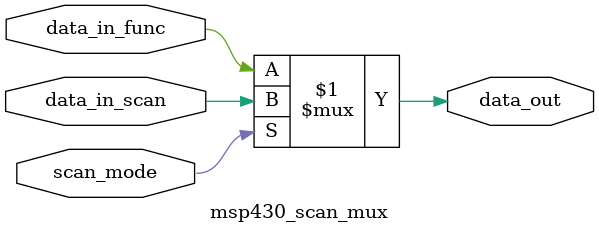
<source format=sv>

module msp430_scan_mux (
  // OUTPUTs
  output              data_out,      // Scan mux data output

  // INPUTs
  input               data_in_scan,  // Selected data input for scan mode
  input               data_in_func,  // Selected data input for functional mode
  input               scan_mode      // Scan mode
);

  //=============================================================================
  // 1)  SCAN MUX
  //=============================================================================

  assign  data_out  =  scan_mode ? data_in_scan : data_in_func;
endmodule // msp430_scan_mux

</source>
